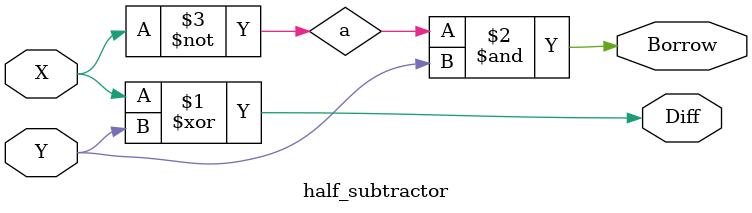
<source format=v>
module half_subtractor (output Diff, Borrow, input X, Y);

   wire a;
	
	xor x1 (Diff, X, Y);
	not n1 (a, X);
	and a1 (Borrow, a, Y);
	
endmodule

</source>
